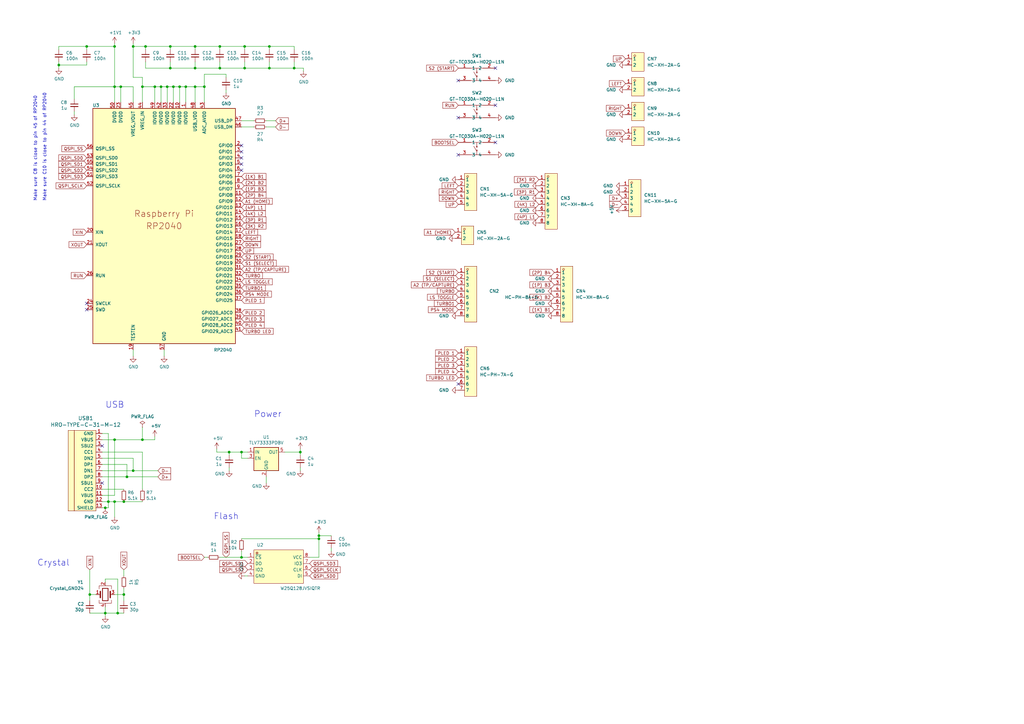
<source format=kicad_sch>
(kicad_sch (version 20230121) (generator eeschema)
  (paper "A3")
  (title_block (title "EZ Mod for Venom PS3/PS4") (date "2023-07-07") (rev "0.0.2") (company "SavageCore"))
  (junction (at 90.17 19.05))
  (junction (at 46.99 180.34))
  (junction (at 52.07 195.58))
  (junction (at 35.56 19.05))
  (junction (at 43.18 208.28))
  (junction (at 83.82 35.56))
  (junction (at 69.85 19.05))
  (junction (at 73.66 35.56))
  (junction (at 76.2 35.56))
  (junction (at 58.42 35.56))
  (junction (at 90.17 27.94))
  (junction (at 130.81 220.98))
  (junction (at 110.49 19.05))
  (junction (at 123.19 185.42))
  (junction (at 59.69 19.05))
  (junction (at 50.8 243.84))
  (junction (at 46.99 35.56))
  (junction (at 100.33 19.05))
  (junction (at 50.8 205.74))
  (junction (at 68.58 35.56))
  (junction (at 99.06 185.42))
  (junction (at 80.01 27.94))
  (junction (at 54.61 19.05))
  (junction (at 69.85 27.94))
  (junction (at 43.18 251.46))
  (junction (at 54.61 193.04))
  (junction (at 49.53 35.56))
  (junction (at 71.12 35.56))
  (junction (at 48.26 251.46))
  (junction (at 120.65 27.94))
  (junction (at 100.33 27.94))
  (junction (at 44.45 205.74))
  (junction (at 93.98 185.42))
  (junction (at 99.06 228.6))
  (junction (at 80.01 19.05))
  (junction (at 80.01 35.56))
  (junction (at 46.99 205.74))
  (junction (at 66.04 35.56))
  (junction (at 63.5 35.56))
  (junction (at 110.49 27.94))
  (junction (at 130.81 219.71))
  (junction (at 36.83 243.84))
  (junction (at 46.99 19.05))
  (junction (at 24.13 26.67))
  (junction (at 58.42 180.34))
  (no_connect (at 99.06 67.31))
  (no_connect (at 41.91 198.12))
  (no_connect (at 187.96 157.48))
  (no_connect (at 187.96 63.5))
  (no_connect (at 99.06 59.69))
  (no_connect (at 99.06 64.77))
  (no_connect (at 187.96 33.02))
  (no_connect (at 35.56 127))
  (no_connect (at 99.06 62.23))
  (no_connect (at 203.2 43.18))
  (no_connect (at 203.2 27.94))
  (no_connect (at 187.96 48.26))
  (no_connect (at 35.56 124.46))
  (no_connect (at 41.91 182.88))
  (no_connect (at 99.06 69.85))
  (no_connect (at 203.2 58.42))
  (wire (pts (xy 30.48 35.56) (xy 46.99 35.56)))
  (wire (pts (xy 43.18 248.92) (xy 43.18 251.46)))
  (wire (pts (xy 127 228.6) (xy 130.81 228.6)))
  (wire (pts (xy 99.06 187.96) (xy 99.06 185.42)))
  (wire (pts (xy 109.22 49.53) (xy 113.03 49.53)))
  (wire (pts (xy 58.42 35.56) (xy 63.5 35.56)))
  (wire (pts (xy 46.99 212.09) (xy 46.99 205.74)))
  (wire (pts (xy 49.53 35.56) (xy 49.53 41.91)))
  (wire (pts (xy 44.45 208.28) (xy 43.18 208.28)))
  (wire (pts (xy 58.42 205.74) (xy 50.8 205.74)))
  (wire (pts (xy 46.99 35.56) (xy 46.99 41.91)))
  (wire (pts (xy 90.17 228.6) (xy 99.06 228.6)))
  (wire (pts (xy 110.49 20.32) (xy 110.49 19.05)))
  (wire (pts (xy 35.56 26.67) (xy 35.56 25.4)))
  (wire (pts (xy 48.26 251.46) (xy 43.18 251.46)))
  (wire (pts (xy 110.49 27.94) (xy 120.65 27.94)))
  (wire (pts (xy 99.06 49.53) (xy 104.14 49.53)))
  (wire (pts (xy 46.99 35.56) (xy 49.53 35.56)))
  (wire (pts (xy 116.84 185.42) (xy 123.19 185.42)))
  (wire (pts (xy 76.2 41.91) (xy 76.2 35.56)))
  (wire (pts (xy 49.53 35.56) (xy 54.61 35.56)))
  (wire (pts (xy 63.5 180.34) (xy 63.5 179.07)))
  (wire (pts (xy 41.91 177.8) (xy 44.45 177.8)))
  (wire (pts (xy 46.99 243.84) (xy 50.8 243.84)))
  (wire (pts (xy 44.45 205.74) (xy 44.45 208.28)))
  (wire (pts (xy 130.81 220.98) (xy 130.81 219.71)))
  (wire (pts (xy 43.18 238.76) (xy 43.18 237.49)))
  (wire (pts (xy 90.17 25.4) (xy 90.17 27.94)))
  (wire (pts (xy 99.06 220.98) (xy 130.81 220.98)))
  (wire (pts (xy 35.56 19.05) (xy 46.99 19.05)))
  (wire (pts (xy 59.69 19.05) (xy 69.85 19.05)))
  (wire (pts (xy 109.22 52.07) (xy 113.03 52.07)))
  (wire (pts (xy 90.17 27.94) (xy 100.33 27.94)))
  (wire (pts (xy 41.91 185.42) (xy 58.42 185.42)))
  (wire (pts (xy 54.61 35.56) (xy 54.61 41.91)))
  (wire (pts (xy 73.66 35.56) (xy 76.2 35.56)))
  (wire (pts (xy 46.99 180.34) (xy 58.42 180.34)))
  (wire (pts (xy 30.48 45.72) (xy 30.48 46.99)))
  (wire (pts (xy 50.8 236.22) (xy 50.8 233.68)))
  (wire (pts (xy 83.82 228.6) (xy 85.09 228.6)))
  (wire (pts (xy 101.6 187.96) (xy 99.06 187.96)))
  (wire (pts (xy 110.49 25.4) (xy 110.49 27.94)))
  (wire (pts (xy 63.5 41.91) (xy 63.5 35.56)))
  (wire (pts (xy 58.42 35.56) (xy 58.42 31.75)))
  (wire (pts (xy 36.83 233.68) (xy 36.83 243.84)))
  (wire (pts (xy 93.98 186.69) (xy 93.98 185.42)))
  (wire (pts (xy 24.13 20.32) (xy 24.13 19.05)))
  (wire (pts (xy 69.85 27.94) (xy 59.69 27.94)))
  (wire (pts (xy 43.18 208.28) (xy 41.91 208.28)))
  (wire (pts (xy 46.99 203.2) (xy 41.91 203.2)))
  (wire (pts (xy 135.89 226.06) (xy 135.89 224.79)))
  (wire (pts (xy 69.85 25.4) (xy 69.85 27.94)))
  (wire (pts (xy 130.81 219.71) (xy 130.81 218.44)))
  (wire (pts (xy 54.61 19.05) (xy 59.69 19.05)))
  (wire (pts (xy 100.33 20.32) (xy 100.33 19.05)))
  (wire (pts (xy 124.46 27.94) (xy 124.46 29.21)))
  (wire (pts (xy 43.18 237.49) (xy 48.26 237.49)))
  (wire (pts (xy 100.33 19.05) (xy 110.49 19.05)))
  (wire (pts (xy 66.04 35.56) (xy 68.58 35.56)))
  (wire (pts (xy 80.01 25.4) (xy 80.01 27.94)))
  (wire (pts (xy 80.01 35.56) (xy 83.82 35.56)))
  (wire (pts (xy 68.58 41.91) (xy 68.58 35.56)))
  (wire (pts (xy 41.91 180.34) (xy 46.99 180.34)))
  (wire (pts (xy 68.58 35.56) (xy 71.12 35.56)))
  (wire (pts (xy 120.65 25.4) (xy 120.65 27.94)))
  (wire (pts (xy 76.2 35.56) (xy 80.01 35.56)))
  (wire (pts (xy 63.5 35.56) (xy 66.04 35.56)))
  (wire (pts (xy 54.61 143.51) (xy 54.61 146.05)))
  (wire (pts (xy 41.91 190.5) (xy 52.07 190.5)))
  (wire (pts (xy 44.45 205.74) (xy 46.99 205.74)))
  (wire (pts (xy 69.85 20.32) (xy 69.85 19.05)))
  (wire (pts (xy 43.18 251.46) (xy 43.18 252.73)))
  (wire (pts (xy 48.26 237.49) (xy 48.26 251.46)))
  (wire (pts (xy 46.99 205.74) (xy 50.8 205.74)))
  (wire (pts (xy 67.31 143.51) (xy 67.31 146.05)))
  (wire (pts (xy 58.42 185.42) (xy 58.42 200.66)))
  (wire (pts (xy 58.42 31.75) (xy 54.61 31.75)))
  (wire (pts (xy 90.17 19.05) (xy 100.33 19.05)))
  (wire (pts (xy 110.49 19.05) (xy 120.65 19.05)))
  (wire (pts (xy 24.13 19.05) (xy 35.56 19.05)))
  (wire (pts (xy 99.06 228.6) (xy 99.06 226.06)))
  (wire (pts (xy 30.48 40.64) (xy 30.48 35.56)))
  (wire (pts (xy 59.69 20.32) (xy 59.69 19.05)))
  (wire (pts (xy 41.91 193.04) (xy 54.61 193.04)))
  (wire (pts (xy 109.22 195.58) (xy 109.22 198.12)))
  (wire (pts (xy 64.77 193.04) (xy 54.61 193.04)))
  (wire (pts (xy 69.85 27.94) (xy 80.01 27.94)))
  (wire (pts (xy 36.83 251.46) (xy 43.18 251.46)))
  (wire (pts (xy 130.81 219.71) (xy 135.89 219.71)))
  (wire (pts (xy 58.42 41.91) (xy 58.42 35.56)))
  (wire (pts (xy 92.71 31.75) (xy 92.71 30.48)))
  (wire (pts (xy 100.33 25.4) (xy 100.33 27.94)))
  (wire (pts (xy 50.8 243.84) (xy 50.8 246.38)))
  (wire (pts (xy 123.19 184.15) (xy 123.19 185.42)))
  (wire (pts (xy 54.61 187.96) (xy 54.61 193.04)))
  (wire (pts (xy 88.9 185.42) (xy 93.98 185.42)))
  (wire (pts (xy 58.42 180.34) (xy 63.5 180.34)))
  (wire (pts (xy 73.66 41.91) (xy 73.66 35.56)))
  (wire (pts (xy 71.12 35.56) (xy 73.66 35.56)))
  (wire (pts (xy 80.01 41.91) (xy 80.01 35.56)))
  (wire (pts (xy 101.6 228.6) (xy 99.06 228.6)))
  (wire (pts (xy 41.91 195.58) (xy 52.07 195.58)))
  (wire (pts (xy 59.69 25.4) (xy 59.69 27.94)))
  (wire (pts (xy 46.99 19.05) (xy 46.99 35.56)))
  (wire (pts (xy 123.19 185.42) (xy 123.19 186.69)))
  (wire (pts (xy 39.37 243.84) (xy 36.83 243.84)))
  (wire (pts (xy 41.91 187.96) (xy 54.61 187.96)))
  (wire (pts (xy 41.91 200.66) (xy 50.8 200.66)))
  (wire (pts (xy 58.42 175.26) (xy 58.42 180.34)))
  (wire (pts (xy 71.12 41.91) (xy 71.12 35.56)))
  (wire (pts (xy 80.01 20.32) (xy 80.01 19.05)))
  (wire (pts (xy 93.98 191.77) (xy 93.98 193.04)))
  (wire (pts (xy 64.77 195.58) (xy 52.07 195.58)))
  (wire (pts (xy 93.98 185.42) (xy 99.06 185.42)))
  (wire (pts (xy 50.8 243.84) (xy 50.8 241.3)))
  (wire (pts (xy 80.01 27.94) (xy 90.17 27.94)))
  (wire (pts (xy 69.85 19.05) (xy 80.01 19.05)))
  (wire (pts (xy 44.45 177.8) (xy 44.45 205.74)))
  (wire (pts (xy 54.61 31.75) (xy 54.61 19.05)))
  (wire (pts (xy 80.01 19.05) (xy 90.17 19.05)))
  (wire (pts (xy 120.65 27.94) (xy 124.46 27.94)))
  (wire (pts (xy 83.82 35.56) (xy 83.82 41.91)))
  (wire (pts (xy 120.65 20.32) (xy 120.65 19.05)))
  (wire (pts (xy 46.99 17.78) (xy 46.99 19.05)))
  (wire (pts (xy 83.82 30.48) (xy 92.71 30.48)))
  (wire (pts (xy 99.06 52.07) (xy 104.14 52.07)))
  (wire (pts (xy 35.56 20.32) (xy 35.56 19.05)))
  (wire (pts (xy 100.33 27.94) (xy 110.49 27.94)))
  (wire (pts (xy 88.9 185.42) (xy 88.9 184.15)))
  (wire (pts (xy 83.82 30.48) (xy 83.82 35.56)))
  (wire (pts (xy 90.17 20.32) (xy 90.17 19.05)))
  (wire (pts (xy 50.8 251.46) (xy 48.26 251.46)))
  (wire (pts (xy 100.33 236.22) (xy 101.6 236.22)))
  (wire (pts (xy 24.13 25.4) (xy 24.13 26.67)))
  (wire (pts (xy 66.04 41.91) (xy 66.04 35.56)))
  (wire (pts (xy 123.19 191.77) (xy 123.19 193.04)))
  (wire (pts (xy 41.91 205.74) (xy 44.45 205.74)))
  (wire (pts (xy 130.81 228.6) (xy 130.81 220.98)))
  (wire (pts (xy 24.13 26.67) (xy 24.13 27.94)))
  (wire (pts (xy 24.13 26.67) (xy 35.56 26.67)))
  (wire (pts (xy 54.61 17.78) (xy 54.61 19.05)))
  (wire (pts (xy 92.71 36.83) (xy 92.71 38.1)))
  (wire (pts (xy 52.07 190.5) (xy 52.07 195.58)))
  (wire (pts (xy 46.99 180.34) (xy 46.99 203.2)))
  (wire (pts (xy 101.6 185.42) (xy 99.06 185.42)))
  (wire (pts (xy 36.83 243.84) (xy 36.83 246.38)))
  (text "Crystal" (at 15.24 232.41 0) (effects (font (size 2.54 2.54)) (justify left bottom)))
  (text "USB" (at 43.18 167.64 0) (effects (font (size 2.54 2.54)) (justify left bottom)))
  (text "Make sure C8 is close to pin 45 of RP2040" (at 15.24 82.55 90) (effects (font (size 1.27 1.27)) (justify left bottom)))
  (text "Power" (at 104.14 171.45 0) (effects (font (size 2.54 2.54)) (justify left bottom)))
  (text "Make sure C10 is close to pin 44 of RP2040" (at 19.05 82.55 90) (effects (font (size 1.27 1.27)) (justify left bottom)))
  (text "Flash" (at 87.63 213.36 0) (effects (font (size 2.54 2.54)) (justify left bottom)))
  (global_label "(2P) B4" (shape input) (at 227.33 111.76 180) (property "Intersheetrefs" "${INTERSHEET_REFS}" (effects hide)))
  (global_label "(2K) B2" (shape input) (at 227.33 121.92 180) (property "Intersheetrefs" "${INTERSHEET_REFS}" (effects hide)))
  (global_label "QSPI_SD2" (shape input) (at 35.56 69.85 180) (property "Intersheetrefs" "${INTERSHEET_REFS}" (effects hide)))
  (global_label "QSPI_SCLK" (shape input) (at 127 233.68 0) (property "Intersheetrefs" "${INTERSHEET_REFS}" (effects hide)))
  (global_label "QSPI_SD2" (shape input) (at 101.6 233.68 180) (property "Intersheetrefs" "${INTERSHEET_REFS}" (effects hide)))
  (global_label "QSPI_SCLK" (shape input) (at 35.56 76.2 180) (property "Intersheetrefs" "${INTERSHEET_REFS}" (effects hide)))
  (global_label "(3P) R1" (shape input) (at 99.06 90.17 0) (property "Intersheetrefs" "${INTERSHEET_REFS}" (effects hide)))
  (global_label "(3K) R2" (shape input) (at 99.06 92.71 0) (property "Intersheetrefs" "${INTERSHEET_REFS}" (effects hide)))
  (global_label "PLED 3" (shape input) (at 99.06 130.81 0) (property "Intersheetrefs" "${INTERSHEET_REFS}" (effects hide)))
  (global_label "(4K) L2" (shape input) (at 220.98 83.82 180) (property "Intersheetrefs" "${INTERSHEET_REFS}" (effects hide)))
  (global_label "D-" (shape input) (at 113.03 52.07 0) (property "Intersheetrefs" "${INTERSHEET_REFS}" (effects hide)))
  (global_label "TURBO LED" (shape input) (at 99.06 135.89 0) (property "Intersheetrefs" "${INTERSHEET_REFS}" (effects hide)))
  (global_label "A2 (TP{slash}CAPTURE)" (shape input) (at 99.06 110.49 0) (property "Intersheetrefs" "${INTERSHEET_REFS}" (effects hide)))
  (global_label "BOOTSEL" (shape input) (at 187.96 58.42 180) (property "Intersheetrefs" "${INTERSHEET_REFS}" (effects hide)))
  (global_label "(2K) B2" (shape input) (at 99.06 74.93 0) (property "Intersheetrefs" "${INTERSHEET_REFS}" (effects hide)))
  (global_label "S2 (START)" (shape input) (at 187.96 111.76 180) (property "Intersheetrefs" "${INTERSHEET_REFS}" (effects hide)))
  (global_label "A1 (HOME)" (shape input) (at 99.06 82.55 0) (property "Intersheetrefs" "${INTERSHEET_REFS}" (effects hide)))
  (global_label "QSPI_SD0" (shape input) (at 127 236.22 0) (property "Intersheetrefs" "${INTERSHEET_REFS}" (effects hide)))
  (global_label "(4K) L2" (shape input) (at 99.06 87.63 0) (property "Intersheetrefs" "${INTERSHEET_REFS}" (effects hide)))
  (global_label "(3P) R1" (shape input) (at 220.98 78.74 180) (property "Intersheetrefs" "${INTERSHEET_REFS}" (effects hide)))
  (global_label "DOWN" (shape input) (at 99.06 100.33 0) (property "Intersheetrefs" "${INTERSHEET_REFS}" (effects hide)))
  (global_label "D+" (shape input) (at 255.27 81.28 180) (property "Intersheetrefs" "${INTERSHEET_REFS}" (effects hide)))
  (global_label "(4P) L1" (shape input) (at 99.06 85.09 0) (property "Intersheetrefs" "${INTERSHEET_REFS}" (effects hide)))
  (global_label "RIGHT" (shape input) (at 256.54 44.45 180) (property "Intersheetrefs" "${INTERSHEET_REFS}" (effects hide)))
  (global_label "LS TOGGLE" (shape input) (at 99.06 115.57 0) (property "Intersheetrefs" "${INTERSHEET_REFS}" (effects hide)))
  (global_label "XIN" (shape input) (at 35.56 95.25 180) (property "Intersheetrefs" "${INTERSHEET_REFS}" (effects hide)))
  (global_label "S1 (SELECT)" (shape input) (at 187.96 114.3 180) (property "Intersheetrefs" "${INTERSHEET_REFS}" (effects hide)))
  (global_label "LEFT" (shape input) (at 99.06 95.25 0) (property "Intersheetrefs" "${INTERSHEET_REFS}" (effects hide)))
  (global_label "QSPI_SD1" (shape input) (at 35.56 67.31 180) (property "Intersheetrefs" "${INTERSHEET_REFS}" (effects hide)))
  (global_label "TURBO1" (shape input) (at 187.96 124.46 180) (property "Intersheetrefs" "${INTERSHEET_REFS}" (effects hide)))
  (global_label "TURBO" (shape input) (at 99.06 113.03 0) (property "Intersheetrefs" "${INTERSHEET_REFS}" (effects hide)))
  (global_label "PLED 4" (shape input) (at 99.06 133.35 0) (property "Intersheetrefs" "${INTERSHEET_REFS}" (effects hide)))
  (global_label "A1 (HOME)" (shape input) (at 186.69 95.25 180) (property "Intersheetrefs" "${INTERSHEET_REFS}" (effects hide)))
  (global_label "XIN" (shape input) (at 36.83 233.68 90) (property "Intersheetrefs" "${INTERSHEET_REFS}" (effects hide)))
  (global_label "(1P) B3" (shape input) (at 99.06 77.47 0) (property "Intersheetrefs" "${INTERSHEET_REFS}" (effects hide)))
  (global_label "D+" (shape input) (at 113.03 49.53 0) (property "Intersheetrefs" "${INTERSHEET_REFS}" (effects hide)))
  (global_label "UP" (shape input) (at 99.06 102.87 0) (property "Intersheetrefs" "${INTERSHEET_REFS}" (effects hide)))
  (global_label "PLED 1" (shape input) (at 187.96 144.78 180) (property "Intersheetrefs" "${INTERSHEET_REFS}" (effects hide)))
  (global_label "PLED 2" (shape input) (at 187.96 147.32 180) (property "Intersheetrefs" "${INTERSHEET_REFS}" (effects hide)))
  (global_label "QSPI_SD3" (shape input) (at 127 231.14 0) (property "Intersheetrefs" "${INTERSHEET_REFS}" (effects hide)))
  (global_label "TURBO LED" (shape input) (at 187.96 154.94 180) (property "Intersheetrefs" "${INTERSHEET_REFS}" (effects hide)))
  (global_label "XOUT" (shape input) (at 35.56 100.33 180) (property "Intersheetrefs" "${INTERSHEET_REFS}" (effects hide)))
  (global_label "(1P) B3" (shape input) (at 227.33 116.84 180) (property "Intersheetrefs" "${INTERSHEET_REFS}" (effects hide)))
  (global_label "QSPI_SS" (shape input) (at 92.71 228.6 90) (property "Intersheetrefs" "${INTERSHEET_REFS}" (effects hide)))
  (global_label "DOWN" (shape input) (at 256.54 54.61 180) (property "Intersheetrefs" "${INTERSHEET_REFS}" (effects hide)))
  (global_label "QSPI_SD3" (shape input) (at 35.56 72.39 180) (property "Intersheetrefs" "${INTERSHEET_REFS}" (effects hide)))
  (global_label "TURBO1" (shape input) (at 99.06 118.11 0) (property "Intersheetrefs" "${INTERSHEET_REFS}" (effects hide)))
  (global_label "D-" (shape input) (at 255.27 83.82 180) (property "Intersheetrefs" "${INTERSHEET_REFS}" (effects hide)))
  (global_label "S2 (START)" (shape input) (at 187.96 27.94 180) (property "Intersheetrefs" "${INTERSHEET_REFS}" (effects hide)))
  (global_label "QSPI_SD1" (shape input) (at 101.6 231.14 180) (property "Intersheetrefs" "${INTERSHEET_REFS}" (effects hide)))
  (global_label "D-" (shape input) (at 64.77 193.04 0) (property "Intersheetrefs" "${INTERSHEET_REFS}" (effects hide)))
  (global_label "PS4 MODE" (shape input) (at 99.06 120.65 0) (property "Intersheetrefs" "${INTERSHEET_REFS}" (effects hide)))
  (global_label "RIGHT" (shape input) (at 99.06 97.79 0) (property "Intersheetrefs" "${INTERSHEET_REFS}" (effects hide)))
  (global_label "PS4 MODE" (shape input) (at 187.96 127 180) (property "Intersheetrefs" "${INTERSHEET_REFS}" (effects hide)))
  (global_label "(1K) B1" (shape input) (at 227.33 127 180) (property "Intersheetrefs" "${INTERSHEET_REFS}" (effects hide)))
  (global_label "LEFT" (shape input) (at 256.54 34.29 180) (property "Intersheetrefs" "${INTERSHEET_REFS}" (effects hide)))
  (global_label "PLED 2" (shape input) (at 99.06 128.27 0) (property "Intersheetrefs" "${INTERSHEET_REFS}" (effects hide)))
  (global_label "(1K) B1" (shape input) (at 99.06 72.39 0) (property "Intersheetrefs" "${INTERSHEET_REFS}" (effects hide)))
  (global_label "LEFT" (shape input) (at 187.96 76.2 180) (property "Intersheetrefs" "${INTERSHEET_REFS}" (effects hide)))
  (global_label "S2 (START)" (shape input) (at 99.06 105.41 0) (property "Intersheetrefs" "${INTERSHEET_REFS}" (effects hide)))
  (global_label "QSPI_SD0" (shape input) (at 35.56 64.77 180) (property "Intersheetrefs" "${INTERSHEET_REFS}" (effects hide)))
  (global_label "QSPI_SS" (shape input) (at 35.56 60.96 180) (property "Intersheetrefs" "${INTERSHEET_REFS}" (effects hide)))
  (global_label "XOUT" (shape input) (at 50.8 233.68 90) (property "Intersheetrefs" "${INTERSHEET_REFS}" (effects hide)))
  (global_label "RUN" (shape input) (at 187.96 43.18 180) (property "Intersheetrefs" "${INTERSHEET_REFS}" (effects hide)))
  (global_label "BOOTSEL" (shape input) (at 83.82 228.6 180) (property "Intersheetrefs" "${INTERSHEET_REFS}" (effects hide)))
  (global_label "LS TOGGLE" (shape input) (at 187.96 121.92 180) (property "Intersheetrefs" "${INTERSHEET_REFS}" (effects hide)))
  (global_label "DOWN" (shape input) (at 187.96 81.28 180) (property "Intersheetrefs" "${INTERSHEET_REFS}" (effects hide)))
  (global_label "(2P) B4" (shape input) (at 99.06 80.01 0) (property "Intersheetrefs" "${INTERSHEET_REFS}" (effects hide)))
  (global_label "RIGHT" (shape input) (at 187.96 78.74 180) (property "Intersheetrefs" "${INTERSHEET_REFS}" (effects hide)))
  (global_label "PLED 4" (shape input) (at 187.96 152.4 180) (property "Intersheetrefs" "${INTERSHEET_REFS}" (effects hide)))
  (global_label "UP" (shape input) (at 187.96 83.82 180) (property "Intersheetrefs" "${INTERSHEET_REFS}" (effects hide)))
  (global_label "(3K) R2" (shape input) (at 220.98 73.66 180) (property "Intersheetrefs" "${INTERSHEET_REFS}" (effects hide)))
  (global_label "PLED 1" (shape input) (at 99.06 123.19 0) (property "Intersheetrefs" "${INTERSHEET_REFS}" (effects hide)))
  (global_label "RUN" (shape input) (at 35.56 113.03 180) (property "Intersheetrefs" "${INTERSHEET_REFS}" (effects hide)))
  (global_label "(4P) L1" (shape input) (at 220.98 88.9 180) (property "Intersheetrefs" "${INTERSHEET_REFS}" (effects hide)))
  (global_label "S1 (SELECT)" (shape input) (at 99.06 107.95 0) (property "Intersheetrefs" "${INTERSHEET_REFS}" (effects hide)))
  (global_label "UP" (shape input) (at 256.54 24.13 180) (property "Intersheetrefs" "${INTERSHEET_REFS}" (effects hide)))
  (global_label "D+" (shape input) (at 64.77 195.58 0) (property "Intersheetrefs" "${INTERSHEET_REFS}" (effects hide)))
  (global_label "TURBO" (shape input) (at 187.96 119.38 180) (property "Intersheetrefs" "${INTERSHEET_REFS}" (effects hide)))
  (global_label "PLED 3" (shape input) (at 187.96 149.86 180) (property "Intersheetrefs" "${INTERSHEET_REFS}" (effects hide)))
  (global_label "A2 (TP{slash}CAPTURE)" (shape input) (at 187.96 116.84 180) (property "Intersheetrefs" "${INTERSHEET_REFS}" (effects hide)))
  (symbol (lib_id "power:GND") (at 46.99 212.09 0) (unit 1)
    (property "Reference" "#PWR011" (effects hide))
    (property "Value" "GND" (at 47.117 216.4842 0))
  )
  (symbol (lib_id "Device:C_Small") (at 36.83 248.92 0) (mirror x) (unit 1)
    (property "Reference" "C2" (at 34.4932 247.7516 0) (effects (justify right)))
    (property "Value" "30p" (at 34.4932 250.063 0) (effects (justify right)))
    (property "Footprint" "Capacitor_SMD:C_0402_1005Metric" (effects hide))
    (property "LCSC" "C1570" (effects hide))
  )
  (symbol (lib_id "easyeda2kicad:HC-XH-2A-G") (at 261.62 45.72 0) (unit 1)
    (property "Reference" "CN9" (at 265.43 44.45 0) (effects (justify left)))
    (property "Value" "HC-XH-2A-G" (at 265.43 46.99 0) (effects (justify left)))
    (property "Footprint" "easyeda2kicad:CONN-TH_2P-P2.50_HC-XH-2A-G" (effects hide))
    (property "Manufacturer" "HCTL(华灿天禄)" (effects hide))
    (property "LCSC Part" "C5341201" (effects hide))
    (property "JLC Part" "Extended Part" (effects hide))
  )
  (symbol (lib_id "power:GND") (at 186.69 97.79 270) (unit 1)
    (property "Reference" "#PWR028" (effects hide))
    (property "Value" "GND" (at 182.88 97.79 90) (effects (justify right)))
  )
  (symbol (lib_id "power:GND") (at 220.98 91.44 270) (unit 1)
    (property "Reference" "#PWR033" (effects hide))
    (property "Value" "GND" (at 217.17 91.44 90) (effects (justify right)))
  )
  (symbol (lib_id "power:GND") (at 124.46 29.21 0) (unit 1)
    (property "Reference" "#PWR010" (effects hide))
    (property "Value" "GND" (at 124.587 33.6042 0))
  )
  (symbol (lib_id "power:+1V1") (at 46.99 17.78 0) (unit 1)
    (property "Reference" "#PWR05" (effects hide))
    (property "Value" "+1V1" (at 47.371 13.3858 0))
  )
  (symbol (lib_id "easyeda2kicad:HC-XH-5A-G") (at 193.04 78.74 0) (unit 1)
    (property "Reference" "CN1" (at 196.85 77.47 0) (effects (justify left)))
    (property "Value" "HC-XH-5A-G" (at 196.85 80.01 0) (effects (justify left)))
    (property "Footprint" "easyeda2kicad:CONN-TH_5P-P2.50_HC-XH-5A-G" (effects hide))
    (property "Manufacturer" "HCTL(华灿天禄)" (effects hide))
    (property "LCSC Part" "C5341204" (effects hide))
    (property "JLC Part" "Extended Part" (effects hide))
  )
  (symbol (lib_id "power:GND") (at 30.48 46.99 0) (unit 1)
    (property "Reference" "#PWR04" (effects hide))
    (property "Value" "GND" (at 30.607 51.3842 0))
  )
  (symbol (lib_id "power:GND") (at 43.18 252.73 0) (unit 1)
    (property "Reference" "#PWR02" (effects hide))
    (property "Value" "GND" (at 43.307 257.1242 0))
  )
  (symbol (lib_id "Device:R_Small") (at 58.42 203.2 0) (unit 1)
    (property "Reference" "R7" (at 59.9186 202.0316 0) (effects (justify left)))
    (property "Value" "5.1k" (at 59.9186 204.343 0) (effects (justify left)))
    (property "Footprint" "Resistor_SMD:R_0402_1005Metric" (effects hide))
    (property "LCSC" "C25905" (effects hide))
  )
  (symbol (lib_id "power:GND") (at 203.2 33.02 90) (unit 1)
    (property "Reference" "#PWR034" (effects hide))
    (property "Value" "GND" (at 207.01 33.02 90) (effects (justify right)))
  )
  (symbol (lib_id "power:+5V") (at 63.5 179.07 0) (unit 1)
    (property "Reference" "#PWR012" (effects hide))
    (property "Value" "+5V" (at 63.881 174.6758 0))
  )
  (symbol (lib_id "power:GND") (at 109.22 198.12 0) (unit 1)
    (property "Reference" "#PWR016" (effects hide))
    (property "Value" "GND" (at 105.41 199.39 0))
  )
  (symbol (lib_id "Device:C_Small") (at 69.85 22.86 0) (unit 1)
    (property "Reference" "C11" (at 72.771 21.6916 0) (effects (justify left)))
    (property "Value" "100n" (at 72.771 24.003 0) (effects (justify left)))
    (property "Footprint" "Capacitor_SMD:C_0402_1005Metric" (effects hide))
    (property "LCSC" "C1525" (effects hide))
  )
  (symbol (lib_id "easyeda2kicad:GT-TC030A-H020-L1N") (at 195.58 60.96 0) (unit 1)
    (property "Reference" "SW3" (at 195.58 53.34 0))
    (property "Value" "GT-TC030A-H020-L1N" (at 195.58 55.88 0))
    (property "Footprint" "easyeda2kicad:SW-SMD_4P-L3.6-W3.0-P1.50-LS4.7" (effects hide))
    (property "Manufacturer" "G-Switch(品赞)" (effects hide))
    (property "LCSC Part" "C843670" (effects hide))
    (property "JLC Part" "Extended Part" (effects hide))
  )
  (symbol (lib_id "power:GND") (at 93.98 193.04 0) (unit 1)
    (property "Reference" "#PWR015" (effects hide))
    (property "Value" "GND" (at 90.17 194.31 0))
  )
  (symbol (lib_id "easyeda2kicad:HC-XH-2A-G") (at 261.62 25.4 0) (unit 1)
    (property "Reference" "CN7" (at 265.43 24.13 0) (effects (justify left)))
    (property "Value" "HC-XH-2A-G" (at 265.43 26.67 0) (effects (justify left)))
    (property "Footprint" "easyeda2kicad:CONN-TH_2P-P2.50_HC-XH-2A-G" (effects hide))
    (property "Manufacturer" "HCTL(华灿天禄)" (effects hide))
    (property "LCSC Part" "C5341201" (effects hide))
    (property "JLC Part" "Extended Part" (effects hide))
  )
  (symbol (lib_id "power:+3V3") (at 54.61 17.78 0) (unit 1)
    (property "Reference" "#PWR06" (effects hide))
    (property "Value" "+3V3" (at 54.991 13.3858 0))
  )
  (symbol (lib_id "power:+3V3") (at 123.19 184.15 0) (unit 1)
    (property "Reference" "#PWR017" (effects hide))
    (property "Value" "+3V3" (at 123.571 179.7558 0))
  )
  (symbol (lib_id "Device:C_Small") (at 30.48 43.18 0) (mirror y) (unit 1)
    (property "Reference" "C8" (at 27.559 42.0116 0) (effects (justify left)))
    (property "Value" "1u" (at 27.559 44.323 0) (effects (justify left)))
    (property "Footprint" "Capacitor_SMD:C_0402_1005Metric" (effects hide))
    (property "LCSC" "C52923" (effects hide))
  )
  (symbol (lib_id "power:GND") (at 220.98 86.36 270) (unit 1)
    (property "Reference" "#PWR032" (effects hide))
    (property "Value" "GND" (at 217.17 86.36 90) (effects (justify right)))
  )
  (symbol (lib_id "easyeda2kicad:HC-XH-8A-G") (at 226.06 82.55 0) (unit 1)
    (property "Reference" "CN3" (at 229.87 81.28 0) (effects (justify left)))
    (property "Value" "HC-XH-8A-G" (at 229.87 83.82 0) (effects (justify left)))
    (property "Footprint" "easyeda2kicad:CONN-TH_8P-P2.50_HCTL_XH-8A_C2908606" (effects hide))
    (property "Manufacturer" "HCTL(华灿天禄)" (effects hide))
    (property "LCSC Part" "C5341207" (effects hide))
    (property "JLC Part" "Extended Part" (effects hide))
  )
  (symbol (lib_id "Device:C_Small") (at 93.98 189.23 0) (mirror y) (unit 1)
    (property "Reference" "C1" (at 91.059 188.0616 0) (effects (justify left)))
    (property "Value" "1u" (at 91.059 190.373 0) (effects (justify left)))
    (property "Footprint" "Capacitor_SMD:C_0402_1005Metric" (effects hide))
    (property "LCSC" "C52923" (effects hide))
  )
  (symbol (lib_id "Device:C_Small") (at 59.69 22.86 0) (unit 1)
    (property "Reference" "C9" (at 62.611 21.6916 0) (effects (justify left)))
    (property "Value" "100n" (at 62.611 24.003 0) (effects (justify left)))
    (property "Footprint" "Capacitor_SMD:C_0402_1005Metric" (effects hide))
    (property "LCSC" "C1525" (effects hide))
  )
  (symbol (lib_id "power:GND") (at 100.33 236.22 270) (unit 1)
    (property "Reference" "#PWR01" (effects hide))
    (property "Value" "GND" (at 99.06 232.41 0))
  )
  (symbol (lib_id "Type-C:HRO-TYPE-C-31-M-12") (at 39.37 191.77 0) (unit 1)
    (property "Reference" "USB1" (at 35.1282 171.5262 0) (effects (font (size 1.524 1.524))))
    (property "Value" "HRO-TYPE-C-31-M-12" (at 35.1282 174.2186 0) (effects (font (size 1.524 1.524))))
    (property "Footprint" "Type-C:HRO-TYPE-C-31-M-12-Assembly" (effects hide))
    (property "LCSC" "C165948" (effects hide))
  )
  (symbol (lib_id "Device:C_Small") (at 120.65 22.86 0) (unit 1)
    (property "Reference" "C16" (at 123.571 21.6916 0) (effects (justify left)))
    (property "Value" "100n" (at 123.571 24.003 0) (effects (justify left)))
    (property "Footprint" "Capacitor_SMD:C_0402_1005Metric" (effects hide))
    (property "LCSC" "C1525" (effects hide))
  )
  (symbol (lib_id "Device:C_Small") (at 35.56 22.86 0) (unit 1)
    (property "Reference" "C7" (at 38.481 21.6916 0) (effects (justify left)))
    (property "Value" "100n" (at 38.481 24.003 0) (effects (justify left)))
    (property "Footprint" "Capacitor_SMD:C_0402_1005Metric" (effects hide))
    (property "LCSC" "C1525" (effects hide))
  )
  (symbol (lib_id "power:GND") (at 187.96 129.54 270) (unit 1)
    (property "Reference" "#PWR023" (effects hide))
    (property "Value" "GND" (at 184.15 129.54 90) (effects (justify right)))
  )
  (symbol (lib_id "power:+5V") (at 255.27 86.36 90) (unit 1)
    (property "Reference" "#PWR041" (effects hide))
    (property "Value" "+5V" (at 250.8758 85.979 0))
  )
  (symbol (lib_id "Device:C_Small") (at 110.49 22.86 0) (unit 1)
    (property "Reference" "C15" (at 113.411 21.6916 0) (effects (justify left)))
    (property "Value" "100n" (at 113.411 24.003 0) (effects (justify left)))
    (property "Footprint" "Capacitor_SMD:C_0402_1005Metric" (effects hide))
    (property "LCSC" "C1525" (effects hide))
  )
  (symbol (lib_id "power:GND") (at 227.33 119.38 270) (unit 1)
    (property "Reference" "#PWR025" (effects hide))
    (property "Value" "GND" (at 223.52 119.38 90) (effects (justify right)))
  )
  (symbol (lib_id "power:GND") (at 54.61 146.05 0) (unit 1)
    (property "Reference" "#PWR07" (effects hide))
    (property "Value" "GND" (at 54.737 150.4442 0))
  )
  (symbol (lib_id "Device:C_Small") (at 123.19 189.23 0) (unit 1)
    (property "Reference" "C4" (at 126.111 188.0616 0) (effects (justify left)))
    (property "Value" "1u" (at 126.111 190.373 0) (effects (justify left)))
    (property "Footprint" "Capacitor_SMD:C_0402_1005Metric" (effects hide))
    (property "LCSC" "C52923" (effects hide))
  )
  (symbol (lib_id "Device:R_Small") (at 99.06 223.52 0) (mirror y) (unit 1)
    (property "Reference" "R2" (at 97.282 222.3516 0) (effects (justify left)))
    (property "Value" "10k" (at 97.282 224.663 0) (effects (justify left)))
    (property "Footprint" "Resistor_SMD:R_0402_1005Metric" (effects hide))
    (property "LCSC" "C25744" (effects hide))
  )
  (symbol (lib_id "easyeda2kicad:W25Q128JVSIQTR") (at 114.3 232.41 0) (unit 1)
    (property "Reference" "U2" (at 106.68 223.52 0))
    (property "Value" "W25Q128JVSIQTR" (at 123.19 241.3 0))
    (property "Footprint" "easyeda2kicad:SOIC-8_L5.3-W5.3-P1.27-LS8.0-BL" (effects hide))
    (property "Datasheet" "https://lcsc.com/product-detail/FLASH_W25Q128JVSIQTR_C97521.html" (effects hide))
    (property "Manufacturer" "WINBOND(华邦)" (effects hide))
    (property "LCSC Part" "C97521" (effects hide))
    (property "JLC Part" "Basic Part" (effects hide))
  )
  (symbol (lib_id "Regulator_Linear:TLV73333PDBV") (at 109.22 187.96 0) (unit 1)
    (property "Reference" "U1" (at 109.22 179.2732 0))
    (property "Value" "TLV73333PDBV" (at 109.22 181.5846 0))
    (property "Footprint" "Package_TO_SOT_SMD:SOT-23-5" (effects hide))
    (property "Datasheet" "http://www.ti.com/lit/ds/symlink/tlv733p.pdf" (effects hide))
    (property "LCSC" "C134139" (effects hide))
  )
  (symbol (lib_id "easyeda2kicad:GT-TC030A-H020-L1N") (at 195.58 30.48 0) (unit 1)
    (property "Reference" "SW1" (at 195.58 22.86 0))
    (property "Value" "GT-TC030A-H020-L1N" (at 195.58 25.4 0))
    (property "Footprint" "easyeda2kicad:SW-SMD_4P-L3.6-W3.0-P1.50-LS4.7" (effects hide))
    (property "Manufacturer" "G-Switch(品赞)" (effects hide))
    (property "LCSC Part" "C843670" (effects hide))
    (property "JLC Part" "Extended Part" (effects hide))
  )
  (symbol (lib_id "easyeda2kicad:HC-XH-5A-G") (at 260.35 81.28 0) (unit 1)
    (property "Reference" "CN11" (at 264.16 80.01 0) (effects (justify left)))
    (property "Value" "HC-XH-5A-G" (at 264.16 82.55 0) (effects (justify left)))
    (property "Footprint" "easyeda2kicad:CONN-TH_5P-P2.50_HC-XH-5A-G" (effects hide))
    (property "Manufacturer" "HCTL(华灿天禄)" (effects hide))
    (property "LCSC Part" "C5341204" (effects hide))
    (property "JLC Part" "Extended Part" (effects hide))
  )
  (symbol (lib_id "power:GND") (at 92.71 38.1 0) (unit 1)
    (property "Reference" "#PWR09" (effects hide))
    (property "Value" "GND" (at 92.837 42.4942 0))
  )
  (symbol (lib_id "easyeda2kicad:HC-XH-8A-G") (at 232.41 120.65 0) (unit 1)
    (property "Reference" "CN4" (at 236.22 119.38 0) (effects (justify left)))
    (property "Value" "HC-XH-8A-G" (at 236.22 121.92 0) (effects (justify left)))
    (property "Footprint" "easyeda2kicad:CONN-TH_8P-P2.50_HCTL_XH-8A_C2908606" (effects hide))
    (property "Manufacturer" "HCTL(华灿天禄)" (effects hide))
    (property "LCSC Part" "C5341207" (effects hide))
    (property "JLC Part" "Extended Part" (effects hide))
  )
  (symbol (lib_id "power:GND") (at 256.54 57.15 270) (unit 1)
    (property "Reference" "#PWR038" (effects hide))
    (property "Value" "GND" (at 252.73 57.15 90) (effects (justify right)))
  )
  (symbol (lib_id "power:GND") (at 220.98 81.28 270) (unit 1)
    (property "Reference" "#PWR031" (effects hide))
    (property "Value" "GND" (at 217.17 81.28 90) (effects (justify right)))
  )
  (symbol (lib_id "easyeda2kicad:PH-8A") (at 193.04 120.65 0) (unit 1)
    (property "Reference" "CN2" (at 200.66 119.38 0) (effects (justify left)))
    (property "Value" "HC-PH-8A-G" (at 207.01 121.92 0) (effects (justify left)))
    (property "Footprint" "easyeda2kicad:CONN-TH_8P-P2.00_PH-8A" (effects hide))
    (property "Datasheet" "https://lcsc.com/product-detail/PH-Connectors_PH-8A_C33476.html" (effects hide))
    (property "Manufacturer" "BOOMELE(博穆精密)" (effects hide))
    (property "LCSC Part" "C33476" (effects hide))
    (property "JLC Part" "Extended Part" (effects hide))
  )
  (symbol (lib_id "Device:C_Small") (at 80.01 22.86 0) (unit 1)
    (property "Reference" "C12" (at 82.931 21.6916 0) (effects (justify left)))
    (property "Value" "100n" (at 82.931 24.003 0) (effects (justify left)))
    (property "Footprint" "Capacitor_SMD:C_0402_1005Metric" (effects hide))
    (property "LCSC" "C1525" (effects hide))
  )
  (symbol (lib_id "easyeda2kicad:HC-XH-2A-G") (at 261.62 35.56 0) (unit 1)
    (property "Reference" "CN8" (at 265.43 34.29 0) (effects (justify left)))
    (property "Value" "HC-XH-2A-G" (at 265.43 36.83 0) (effects (justify left)))
    (property "Footprint" "easyeda2kicad:CONN-TH_2P-P2.50_HC-XH-2A-G" (effects hide))
    (property "Manufacturer" "HCTL(华灿天禄)" (effects hide))
    (property "LCSC Part" "C5341201" (effects hide))
    (property "JLC Part" "Extended Part" (effects hide))
  )
  (symbol (lib_id "power:GND") (at 256.54 26.67 270) (unit 1)
    (property "Reference" "#PWR019" (effects hide))
    (property "Value" "GND" (at 252.73 26.67 90) (effects (justify right)))
  )
  (symbol (lib_id "power:GND") (at 187.96 160.02 270) (unit 1)
    (property "Reference" "#PWR022" (effects hide))
    (property "Value" "GND" (at 184.15 160.02 90) (effects (justify right)))
  )
  (symbol (lib_id "Device:R_Small") (at 87.63 228.6 270) (unit 1)
    (property "Reference" "R1" (at 87.63 223.3422 90))
    (property "Value" "1k" (at 87.63 225.6536 90))
    (property "Footprint" "Resistor_SMD:R_0402_1005Metric" (effects hide))
    (property "LCSC" "C11702" (effects hide))
  )
  (symbol (lib_id "Device:C_Small") (at 92.71 34.29 0) (unit 1)
    (property "Reference" "C10" (at 95.631 33.1216 0) (effects (justify left)))
    (property "Value" "1u" (at 95.631 35.433 0) (effects (justify left)))
    (property "Footprint" "Capacitor_SMD:C_0402_1005Metric" (effects hide))
    (property "LCSC" "C52923" (effects hide))
  )
  (symbol (lib_id "power:GND") (at 135.89 226.06 0) (unit 1)
    (property "Reference" "#PWR020" (effects hide))
    (property "Value" "GND" (at 139.7 227.33 0))
  )
  (symbol (lib_id "easyeda2kicad:GT-TC030A-H020-L1N") (at 195.58 45.72 0) (unit 1)
    (property "Reference" "SW2" (at 195.58 38.1 0))
    (property "Value" "GT-TC030A-H020-L1N" (at 195.58 40.64 0))
    (property "Footprint" "easyeda2kicad:SW-SMD_4P-L3.6-W3.0-P1.50-LS4.7" (effects hide))
    (property "Manufacturer" "G-Switch(品赞)" (effects hide))
    (property "LCSC Part" "C843670" (effects hide))
    (property "JLC Part" "Extended Part" (effects hide))
  )
  (symbol (lib_id "Device:C_Small") (at 135.89 222.25 0) (unit 1)
    (property "Reference" "C5" (at 138.811 221.0816 0) (effects (justify left)))
    (property "Value" "100n" (at 138.811 223.393 0) (effects (justify left)))
    (property "Footprint" "Capacitor_SMD:C_0402_1005Metric" (effects hide))
    (property "LCSC" "C1525" (effects hide))
  )
  (symbol (lib_id "power:GND") (at 203.2 63.5 90) (unit 1)
    (property "Reference" "#PWR036" (effects hide))
    (property "Value" "GND" (at 207.01 63.5 90) (effects (justify right)))
  )
  (symbol (lib_id "power:GND") (at 255.27 76.2 270) (unit 1)
    (property "Reference" "#PWR039" (effects hide))
    (property "Value" "GND" (at 251.46 76.2 90) (effects (justify right)))
  )
  (symbol (lib_id "power:PWR_FLAG") (at 58.42 175.26 0) (unit 1)
    (property "Reference" "#FLG02" (effects hide))
    (property "Value" "PWR_FLAG" (at 58.42 170.8658 0))
  )
  (symbol (lib_id "Device:C_Small") (at 50.8 248.92 0) (unit 1)
    (property "Reference" "C3" (at 53.1368 247.7516 0) (effects (justify left)))
    (property "Value" "30p" (at 53.1368 250.063 0) (effects (justify left)))
    (property "Footprint" "Capacitor_SMD:C_0402_1005Metric" (effects hide))
    (property "LCSC" "C1570" (effects hide))
  )
  (symbol (lib_id "power:GND") (at 227.33 129.54 270) (unit 1)
    (property "Reference" "#PWR027" (effects hide))
    (property "Value" "GND" (at 223.52 129.54 90) (effects (justify right)))
  )
  (symbol (lib_id "Device:C_Small") (at 100.33 22.86 0) (unit 1)
    (property "Reference" "C14" (at 103.251 21.6916 0) (effects (justify left)))
    (property "Value" "100n" (at 103.251 24.003 0) (effects (justify left)))
    (property "Footprint" "Capacitor_SMD:C_0402_1005Metric" (effects hide))
    (property "LCSC" "C1525" (effects hide))
  )
  (symbol (lib_id "power:GND") (at 67.31 146.05 0) (unit 1)
    (property "Reference" "#PWR08" (effects hide))
    (property "Value" "GND" (at 67.437 150.4442 0))
  )
  (symbol (lib_id "Device:C_Small") (at 90.17 22.86 0) (unit 1)
    (property "Reference" "C13" (at 93.091 21.6916 0) (effects (justify left)))
    (property "Value" "100n" (at 93.091 24.003 0) (effects (justify left)))
    (property "Footprint" "Capacitor_SMD:C_0402_1005Metric" (effects hide))
    (property "LCSC" "C1525" (effects hide))
  )
  (symbol (lib_id "power:GND") (at 203.2 48.26 90) (unit 1)
    (property "Reference" "#PWR035" (effects hide))
    (property "Value" "GND" (at 207.01 48.26 90) (effects (justify right)))
  )
  (symbol (lib_id "power:GND") (at 256.54 36.83 270) (unit 1)
    (property "Reference" "#PWR021" (effects hide))
    (property "Value" "GND" (at 252.73 36.83 90) (effects (justify right)))
  )
  (symbol (lib_id "Device:Crystal_GND24") (at 43.18 243.84 0) (unit 1)
    (property "Reference" "Y1" (at 31.75 238.76 0) (effects (justify left)))
    (property "Value" "Crystal_GND24" (at 20.32 241.3 0) (effects (justify left)))
    (property "Footprint" "Crystal:Crystal_SMD_3225-4Pin_3.2x2.5mm" (effects hide))
    (property "LCSC" "C9002" (effects hide))
  )
  (symbol (lib_id "power:GND") (at 227.33 114.3 270) (unit 1)
    (property "Reference" "#PWR024" (effects hide))
    (property "Value" "GND" (at 223.52 114.3 90) (effects (justify right)))
  )
  (symbol (lib_id "power:+3V3") (at 130.81 218.44 0) (unit 1)
    (property "Reference" "#PWR013" (effects hide))
    (property "Value" "+3V3" (at 131.191 214.0458 0))
  )
  (symbol (lib_id "RP2040:RP2040") (at 67.31 92.71 0) (unit 1)
    (property "Reference" "U3" (at 39.37 43.18 0))
    (property "Value" "RP2040" (at 91.44 143.51 0))
    (property "Footprint" "RP2040:RP2040-QFN-56" (effects hide))
    (property "LCSC" "C2040" (effects hide))
  )
  (symbol (lib_id "power:GND") (at 24.13 27.94 0) (unit 1)
    (property "Reference" "#PWR03" (effects hide))
    (property "Value" "GND" (at 24.257 32.3342 0))
  )
  (symbol (lib_id "power:+5V") (at 88.9 184.15 0) (unit 1)
    (property "Reference" "#PWR014" (effects hide))
    (property "Value" "+5V" (at 89.281 179.7558 0))
  )
  (symbol (lib_id "power:GND") (at 187.96 73.66 270) (unit 1)
    (property "Reference" "#PWR029" (effects hide))
    (property "Value" "GND" (at 184.15 73.66 90) (effects (justify right)))
  )
  (symbol (lib_id "easyeda2kicad:HC-XH-2A-G") (at 191.77 96.52 0) (unit 1)
    (property "Reference" "CN5" (at 195.58 95.25 0) (effects (justify left)))
    (property "Value" "HC-XH-2A-G" (at 195.58 97.79 0) (effects (justify left)))
    (property "Footprint" "easyeda2kicad:CONN-TH_2P-P2.50_HC-XH-2A-G" (effects hide))
    (property "Manufacturer" "HCTL(华灿天禄)" (effects hide))
    (property "LCSC Part" "C5341201" (effects hide))
    (property "JLC Part" "Extended Part" (effects hide))
  )
  (symbol (lib_id "Device:R_Small") (at 106.68 49.53 270) (unit 1)
    (property "Reference" "R3" (at 106.68 44.2722 90))
    (property "Value" "27" (at 106.68 46.5836 90))
    (property "Footprint" "Resistor_SMD:R_0402_1005Metric" (effects hide))
    (property "LCSC" "C138021" (effects hide))
  )
  (symbol (lib_id "Device:R_Small") (at 50.8 238.76 180) (unit 1)
    (property "Reference" "R5" (at 56.0578 238.76 90))
    (property "Value" "1k" (at 53.7464 238.76 90))
    (property "Footprint" "Resistor_SMD:R_0402_1005Metric" (effects hide))
    (property "LCSC" "C11702" (effects hide))
  )
  (symbol (lib_id "power:GND") (at 255.27 78.74 270) (unit 1)
    (property "Reference" "#PWR040" (effects hide))
    (property "Value" "GND" (at 251.46 78.74 90) (effects (justify right)))
  )
  (symbol (lib_id "power:GND") (at 227.33 124.46 270) (unit 1)
    (property "Reference" "#PWR026" (effects hide))
    (property "Value" "GND" (at 223.52 124.46 90) (effects (justify right)))
  )
  (symbol (lib_id "power:GND") (at 256.54 46.99 270) (unit 1)
    (property "Reference" "#PWR037" (effects hide))
    (property "Value" "GND" (at 252.73 46.99 90) (effects (justify right)))
  )
  (symbol (lib_id "power:GND") (at 123.19 193.04 0) (unit 1)
    (property "Reference" "#PWR018" (effects hide))
    (property "Value" "GND" (at 119.38 194.31 0))
  )
  (symbol (lib_id "Device:C_Small") (at 24.13 22.86 0) (unit 1)
    (property "Reference" "C6" (at 27.051 21.6916 0) (effects (justify left)))
    (property "Value" "100n" (at 27.051 24.003 0) (effects (justify left)))
    (property "Footprint" "Capacitor_SMD:C_0402_1005Metric" (effects hide))
    (property "LCSC" "C1525" (effects hide))
  )
  (symbol (lib_id "easyeda2kicad:HC-XH-2A-G") (at 261.62 55.88 0) (unit 1)
    (property "Reference" "CN10" (at 265.43 54.61 0) (effects (justify left)))
    (property "Value" "HC-XH-2A-G" (at 265.43 57.15 0) (effects (justify left)))
    (property "Footprint" "easyeda2kicad:CONN-TH_2P-P2.50_HC-XH-2A-G" (effects hide))
    (property "Manufacturer" "HCTL(华灿天禄)" (effects hide))
    (property "LCSC Part" "C5341201" (effects hide))
    (property "JLC Part" "Extended Part" (effects hide))
  )
  (symbol (lib_id "Device:R_Small") (at 50.8 203.2 0) (unit 1)
    (property "Reference" "R6" (at 52.2986 202.0316 0) (effects (justify left)))
    (property "Value" "5.1k" (at 52.2986 204.343 0) (effects (justify left)))
    (property "Footprint" "Resistor_SMD:R_0402_1005Metric" (effects hide))
    (property "LCSC" "C25905" (effects hide))
  )
  (symbol (lib_id "Device:R_Small") (at 106.68 52.07 270) (mirror x) (unit 1)
    (property "Reference" "R4" (at 106.68 57.3278 90))
    (property "Value" "27" (at 106.68 55.0164 90))
    (property "Footprint" "Resistor_SMD:R_0402_1005Metric" (effects hide))
    (property "LCSC" "C138021" (effects hide))
  )
  (symbol (lib_id "power:GND") (at 220.98 76.2 270) (unit 1)
    (property "Reference" "#PWR030" (effects hide))
    (property "Value" "GND" (at 217.17 76.2 90) (effects (justify right)))
  )
  (symbol (lib_id "power:PWR_FLAG") (at 43.18 208.28 180) (unit 1)
    (property "Reference" "#FLG01" (effects hide))
    (property "Value" "PWR_FLAG" (at 39.37 212.09 0))
  )
  (symbol (lib_id "easyeda2kicad:PH-7A") (at 193.04 152.4 0) (unit 1)
    (property "Reference" "CN6" (at 196.85 151.13 0) (effects (justify left)))
    (property "Value" "HC-PH-7A-G" (at 196.85 153.67 0) (effects (justify left)))
    (property "Footprint" "easyeda2kicad:CONN-TH_7P-P2.00_PH-7A" (effects hide))
    (property "Datasheet" "https://lcsc.com/product-detail/PH-Connectors_PH-7A_C10398.html" (effects hide))
    (property "Manufacturer" "BOOMELE(博穆精密)" (effects hide))
    (property "LCSC Part" "C10398" (effects hide))
    (property "JLC Part" "Extended Part" (effects hide))
  )
)
</source>
